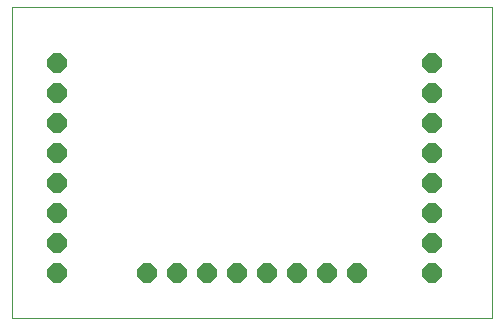
<source format=gbs>
G75*
%MOIN*%
%OFA0B0*%
%FSLAX25Y25*%
%IPPOS*%
%LPD*%
%AMOC8*
5,1,8,0,0,1.08239X$1,22.5*
%
%ADD10C,0.00000*%
%ADD11OC8,0.06400*%
D10*
X0001000Y0001000D02*
X0001000Y0104701D01*
X0160921Y0104701D01*
X0160921Y0001000D01*
X0001000Y0001000D01*
D11*
X0016000Y0016000D03*
X0016000Y0026000D03*
X0016000Y0036000D03*
X0016000Y0046000D03*
X0016000Y0056000D03*
X0016000Y0066000D03*
X0016000Y0076000D03*
X0016000Y0086000D03*
X0046000Y0016000D03*
X0056000Y0016000D03*
X0066000Y0016000D03*
X0076000Y0016000D03*
X0086000Y0016000D03*
X0096000Y0016000D03*
X0106000Y0016000D03*
X0116000Y0016000D03*
X0141000Y0016000D03*
X0141000Y0026000D03*
X0141000Y0036000D03*
X0141000Y0046000D03*
X0141000Y0056000D03*
X0141000Y0066000D03*
X0141000Y0076000D03*
X0141000Y0086000D03*
M02*

</source>
